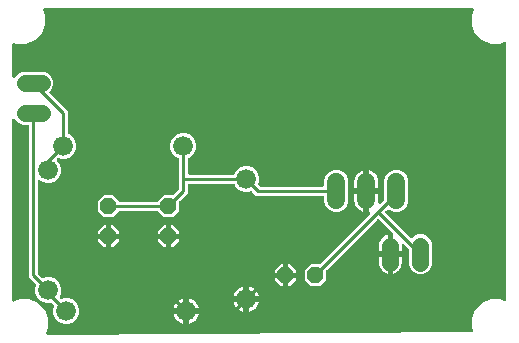
<source format=gbr>
G04 EAGLE Gerber RS-274X export*
G75*
%MOMM*%
%FSLAX34Y34*%
%LPD*%
%INTop Copper*%
%IPPOS*%
%AMOC8*
5,1,8,0,0,1.08239X$1,22.5*%
G01*
%ADD10C,1.422400*%
%ADD11P,1.429621X8X292.500000*%
%ADD12P,1.429621X8X202.500000*%
%ADD13C,1.676400*%
%ADD14C,1.524000*%
%ADD15C,0.254000*%

G36*
X398638Y12469D02*
X398638Y12469D01*
X398684Y12475D01*
X398730Y12473D01*
X398841Y12496D01*
X398953Y12511D01*
X398996Y12528D01*
X399041Y12537D01*
X399143Y12587D01*
X399248Y12630D01*
X399285Y12657D01*
X399327Y12677D01*
X399413Y12751D01*
X399504Y12818D01*
X399534Y12854D01*
X399569Y12883D01*
X399634Y12976D01*
X399706Y13064D01*
X399725Y13106D01*
X399752Y13143D01*
X399792Y13249D01*
X399840Y13352D01*
X399848Y13398D01*
X399864Y13441D01*
X399877Y13554D01*
X399898Y13665D01*
X399895Y13711D01*
X399900Y13757D01*
X399884Y13869D01*
X399876Y13982D01*
X399862Y14026D01*
X399855Y14072D01*
X399803Y14224D01*
X398939Y16310D01*
X398939Y24330D01*
X402009Y31740D01*
X407680Y37411D01*
X415090Y40481D01*
X423110Y40481D01*
X426744Y38975D01*
X426792Y38962D01*
X426837Y38941D01*
X426945Y38921D01*
X427051Y38891D01*
X427101Y38891D01*
X427150Y38881D01*
X427259Y38888D01*
X427369Y38886D01*
X427417Y38898D01*
X427467Y38901D01*
X427571Y38935D01*
X427678Y38961D01*
X427722Y38984D01*
X427769Y38999D01*
X427862Y39058D01*
X427959Y39109D01*
X427996Y39143D01*
X428038Y39169D01*
X428113Y39249D01*
X428195Y39323D01*
X428222Y39365D01*
X428256Y39401D01*
X428309Y39497D01*
X428369Y39589D01*
X428386Y39636D01*
X428410Y39679D01*
X428437Y39786D01*
X428473Y39890D01*
X428477Y39939D01*
X428489Y39987D01*
X428499Y40148D01*
X428499Y257032D01*
X428493Y257081D01*
X428495Y257131D01*
X428473Y257238D01*
X428459Y257347D01*
X428441Y257394D01*
X428431Y257442D01*
X428383Y257541D01*
X428342Y257643D01*
X428313Y257683D01*
X428291Y257728D01*
X428220Y257811D01*
X428156Y257901D01*
X428117Y257932D01*
X428085Y257970D01*
X427995Y258033D01*
X427911Y258103D01*
X427866Y258125D01*
X427825Y258153D01*
X427722Y258192D01*
X427623Y258239D01*
X427574Y258248D01*
X427528Y258266D01*
X427418Y258278D01*
X427311Y258299D01*
X427261Y258296D01*
X427212Y258301D01*
X427103Y258286D01*
X426993Y258279D01*
X426946Y258264D01*
X426897Y258257D01*
X426744Y258205D01*
X423110Y256699D01*
X415090Y256699D01*
X407680Y259769D01*
X402009Y265440D01*
X398939Y272850D01*
X398939Y280870D01*
X400718Y285164D01*
X400731Y285212D01*
X400752Y285257D01*
X400773Y285365D01*
X400802Y285471D01*
X400803Y285521D01*
X400812Y285570D01*
X400805Y285679D01*
X400807Y285789D01*
X400795Y285837D01*
X400792Y285887D01*
X400758Y285991D01*
X400733Y286098D01*
X400710Y286142D01*
X400694Y286189D01*
X400635Y286282D01*
X400584Y286379D01*
X400551Y286416D01*
X400524Y286458D01*
X400444Y286533D01*
X400370Y286615D01*
X400329Y286642D01*
X400292Y286676D01*
X400196Y286729D01*
X400104Y286789D01*
X400057Y286806D01*
X400014Y286830D01*
X399908Y286857D01*
X399804Y286893D01*
X399754Y286897D01*
X399706Y286909D01*
X399545Y286919D01*
X37335Y286919D01*
X37285Y286913D01*
X37236Y286915D01*
X37128Y286893D01*
X37019Y286879D01*
X36973Y286861D01*
X36924Y286851D01*
X36826Y286803D01*
X36723Y286762D01*
X36683Y286733D01*
X36639Y286711D01*
X36555Y286640D01*
X36466Y286576D01*
X36434Y286537D01*
X36397Y286505D01*
X36333Y286415D01*
X36263Y286331D01*
X36242Y286286D01*
X36214Y286245D01*
X36175Y286142D01*
X36128Y286043D01*
X36118Y285994D01*
X36101Y285948D01*
X36089Y285838D01*
X36068Y285731D01*
X36071Y285681D01*
X36066Y285632D01*
X36081Y285523D01*
X36088Y285413D01*
X36103Y285366D01*
X36110Y285317D01*
X36162Y285164D01*
X37941Y280870D01*
X37941Y272850D01*
X34871Y265440D01*
X29200Y259769D01*
X21790Y256699D01*
X13770Y256699D01*
X11916Y257467D01*
X11868Y257480D01*
X11823Y257502D01*
X11715Y257522D01*
X11609Y257551D01*
X11559Y257552D01*
X11510Y257561D01*
X11401Y257555D01*
X11291Y257556D01*
X11243Y257545D01*
X11193Y257542D01*
X11089Y257508D01*
X10982Y257482D01*
X10938Y257459D01*
X10891Y257444D01*
X10798Y257385D01*
X10701Y257333D01*
X10664Y257300D01*
X10622Y257273D01*
X10547Y257193D01*
X10465Y257119D01*
X10438Y257078D01*
X10404Y257042D01*
X10351Y256946D01*
X10291Y256854D01*
X10274Y256807D01*
X10250Y256763D01*
X10223Y256657D01*
X10187Y256553D01*
X10183Y256503D01*
X10171Y256455D01*
X10161Y256295D01*
X10161Y229372D01*
X10169Y229302D01*
X10168Y229233D01*
X10189Y229145D01*
X10201Y229056D01*
X10226Y228991D01*
X10243Y228923D01*
X10285Y228844D01*
X10318Y228760D01*
X10359Y228704D01*
X10391Y228642D01*
X10452Y228576D01*
X10504Y228503D01*
X10558Y228458D01*
X10605Y228407D01*
X10680Y228358D01*
X10749Y228300D01*
X10813Y228270D01*
X10871Y228232D01*
X10956Y228203D01*
X11037Y228165D01*
X11106Y228152D01*
X11172Y228129D01*
X11261Y228122D01*
X11349Y228105D01*
X11419Y228109D01*
X11489Y228104D01*
X11577Y228119D01*
X11667Y228125D01*
X11733Y228146D01*
X11802Y228158D01*
X11884Y228195D01*
X11969Y228223D01*
X12028Y228260D01*
X12092Y228289D01*
X12162Y228345D01*
X12238Y228393D01*
X12286Y228444D01*
X12340Y228487D01*
X12394Y228559D01*
X12456Y228625D01*
X12490Y228686D01*
X12532Y228741D01*
X12603Y228886D01*
X12645Y228988D01*
X15360Y231703D01*
X18908Y233173D01*
X36972Y233173D01*
X40520Y231703D01*
X43235Y228988D01*
X44705Y225440D01*
X44705Y221600D01*
X43235Y218052D01*
X41914Y216731D01*
X41841Y216637D01*
X41762Y216547D01*
X41743Y216511D01*
X41719Y216479D01*
X41671Y216370D01*
X41617Y216264D01*
X41608Y216225D01*
X41592Y216187D01*
X41574Y216070D01*
X41548Y215954D01*
X41549Y215913D01*
X41542Y215873D01*
X41554Y215755D01*
X41557Y215636D01*
X41568Y215597D01*
X41572Y215557D01*
X41613Y215445D01*
X41646Y215330D01*
X41666Y215296D01*
X41680Y215257D01*
X41747Y215159D01*
X41807Y215056D01*
X41847Y215011D01*
X41858Y214994D01*
X41874Y214981D01*
X41914Y214936D01*
X54547Y202302D01*
X57151Y199698D01*
X57151Y181272D01*
X57154Y181243D01*
X57152Y181214D01*
X57174Y181085D01*
X57191Y180957D01*
X57201Y180929D01*
X57206Y180900D01*
X57260Y180782D01*
X57308Y180661D01*
X57325Y180637D01*
X57337Y180610D01*
X57418Y180509D01*
X57494Y180404D01*
X57517Y180385D01*
X57536Y180362D01*
X57639Y180284D01*
X57739Y180201D01*
X57766Y180188D01*
X57790Y180171D01*
X57934Y180100D01*
X59527Y179440D01*
X62600Y176367D01*
X64263Y172353D01*
X64263Y168007D01*
X62600Y163993D01*
X59527Y160920D01*
X55513Y159257D01*
X51167Y159257D01*
X49574Y159917D01*
X49546Y159925D01*
X49519Y159938D01*
X49393Y159967D01*
X49268Y160001D01*
X49238Y160002D01*
X49209Y160008D01*
X49080Y160004D01*
X48950Y160006D01*
X48921Y159999D01*
X48891Y159998D01*
X48767Y159962D01*
X48640Y159932D01*
X48614Y159918D01*
X48586Y159910D01*
X48474Y159844D01*
X48359Y159783D01*
X48337Y159763D01*
X48312Y159748D01*
X48191Y159642D01*
X48145Y159596D01*
X48126Y159571D01*
X48124Y159569D01*
X48121Y159564D01*
X48072Y159502D01*
X47994Y159413D01*
X47975Y159377D01*
X47950Y159345D01*
X47903Y159236D01*
X47849Y159130D01*
X47840Y159090D01*
X47824Y159053D01*
X47806Y158935D01*
X47780Y158820D01*
X47781Y158779D01*
X47774Y158739D01*
X47786Y158620D01*
X47789Y158502D01*
X47801Y158463D01*
X47804Y158422D01*
X47845Y158310D01*
X47878Y158196D01*
X47898Y158161D01*
X47912Y158123D01*
X47979Y158024D01*
X48039Y157922D01*
X48079Y157877D01*
X48091Y157860D01*
X48106Y157846D01*
X48146Y157801D01*
X49900Y156047D01*
X51563Y152033D01*
X51563Y147687D01*
X49900Y143673D01*
X46827Y140600D01*
X42813Y138937D01*
X38467Y138937D01*
X34453Y140600D01*
X33917Y141135D01*
X33808Y141220D01*
X33701Y141309D01*
X33682Y141318D01*
X33666Y141330D01*
X33538Y141386D01*
X33413Y141445D01*
X33393Y141449D01*
X33374Y141457D01*
X33236Y141479D01*
X33100Y141505D01*
X33080Y141503D01*
X33060Y141507D01*
X32921Y141494D01*
X32783Y141485D01*
X32764Y141479D01*
X32744Y141477D01*
X32613Y141430D01*
X32481Y141387D01*
X32463Y141376D01*
X32444Y141369D01*
X32330Y141291D01*
X32212Y141217D01*
X32198Y141202D01*
X32181Y141191D01*
X32089Y141087D01*
X31994Y140985D01*
X31984Y140967D01*
X31971Y140952D01*
X31908Y140828D01*
X31840Y140707D01*
X31835Y140687D01*
X31826Y140669D01*
X31796Y140533D01*
X31761Y140399D01*
X31759Y140371D01*
X31756Y140359D01*
X31757Y140338D01*
X31751Y140238D01*
X31751Y63064D01*
X31763Y62966D01*
X31766Y62867D01*
X31783Y62809D01*
X31791Y62749D01*
X31827Y62657D01*
X31855Y62561D01*
X31885Y62509D01*
X31908Y62453D01*
X31966Y62373D01*
X32016Y62288D01*
X32082Y62212D01*
X32094Y62196D01*
X32104Y62188D01*
X32122Y62167D01*
X35491Y58798D01*
X35515Y58780D01*
X35534Y58757D01*
X35640Y58683D01*
X35742Y58603D01*
X35770Y58591D01*
X35794Y58574D01*
X35915Y58528D01*
X36034Y58477D01*
X36063Y58472D01*
X36091Y58462D01*
X36220Y58447D01*
X36348Y58427D01*
X36378Y58430D01*
X36407Y58426D01*
X36536Y58445D01*
X36665Y58457D01*
X36693Y58467D01*
X36722Y58471D01*
X36874Y58523D01*
X38467Y59183D01*
X42813Y59183D01*
X46827Y57520D01*
X49900Y54447D01*
X51563Y50433D01*
X51563Y46087D01*
X50159Y42698D01*
X50151Y42670D01*
X50138Y42644D01*
X50109Y42516D01*
X50075Y42392D01*
X50075Y42362D01*
X50068Y42333D01*
X50072Y42204D01*
X50070Y42074D01*
X50077Y42045D01*
X50078Y42015D01*
X50114Y41891D01*
X50144Y41764D01*
X50158Y41738D01*
X50166Y41710D01*
X50232Y41598D01*
X50293Y41483D01*
X50313Y41461D01*
X50328Y41436D01*
X50434Y41315D01*
X50731Y41018D01*
X50754Y41000D01*
X50774Y40977D01*
X50880Y40903D01*
X50982Y40823D01*
X51010Y40811D01*
X51034Y40794D01*
X51155Y40748D01*
X51274Y40697D01*
X51303Y40692D01*
X51331Y40682D01*
X51460Y40667D01*
X51588Y40647D01*
X51618Y40650D01*
X51647Y40646D01*
X51776Y40665D01*
X51905Y40677D01*
X51933Y40687D01*
X51962Y40691D01*
X52114Y40743D01*
X53707Y41403D01*
X58053Y41403D01*
X62067Y39740D01*
X65140Y36667D01*
X66803Y32653D01*
X66803Y28307D01*
X65140Y24293D01*
X62067Y21220D01*
X58053Y19557D01*
X53707Y19557D01*
X49693Y21220D01*
X46620Y24293D01*
X44957Y28307D01*
X44957Y32653D01*
X45617Y34246D01*
X45625Y34274D01*
X45638Y34300D01*
X45667Y34427D01*
X45701Y34552D01*
X45702Y34582D01*
X45708Y34611D01*
X45704Y34741D01*
X45706Y34870D01*
X45699Y34899D01*
X45698Y34929D01*
X45662Y35053D01*
X45632Y35180D01*
X45618Y35206D01*
X45610Y35234D01*
X45544Y35346D01*
X45483Y35461D01*
X45463Y35483D01*
X45448Y35508D01*
X45342Y35629D01*
X43993Y36978D01*
X43969Y36996D01*
X43950Y37019D01*
X43844Y37094D01*
X43742Y37173D01*
X43714Y37185D01*
X43690Y37202D01*
X43569Y37248D01*
X43450Y37299D01*
X43420Y37304D01*
X43393Y37314D01*
X43264Y37329D01*
X43136Y37349D01*
X43106Y37346D01*
X43077Y37350D01*
X42989Y37337D01*
X38467Y37337D01*
X34453Y39000D01*
X31380Y42073D01*
X29717Y46087D01*
X29717Y50433D01*
X30377Y52026D01*
X30385Y52054D01*
X30398Y52080D01*
X30427Y52207D01*
X30461Y52332D01*
X30462Y52362D01*
X30468Y52391D01*
X30464Y52520D01*
X30466Y52650D01*
X30459Y52679D01*
X30458Y52709D01*
X30422Y52833D01*
X30392Y52960D01*
X30378Y52986D01*
X30370Y53014D01*
X30304Y53126D01*
X30243Y53241D01*
X30223Y53263D01*
X30208Y53288D01*
X30102Y53409D01*
X24129Y59382D01*
X24129Y187198D01*
X24114Y187316D01*
X24107Y187435D01*
X24094Y187473D01*
X24089Y187514D01*
X24046Y187624D01*
X24009Y187737D01*
X23987Y187772D01*
X23972Y187809D01*
X23903Y187905D01*
X23839Y188006D01*
X23809Y188034D01*
X23786Y188067D01*
X23694Y188143D01*
X23607Y188224D01*
X23572Y188244D01*
X23541Y188269D01*
X23433Y188320D01*
X23329Y188378D01*
X23289Y188388D01*
X23253Y188405D01*
X23136Y188427D01*
X23021Y188457D01*
X22961Y188461D01*
X22941Y188465D01*
X22920Y188463D01*
X22860Y188467D01*
X18908Y188467D01*
X15360Y189937D01*
X12645Y192652D01*
X12603Y192754D01*
X12568Y192815D01*
X12542Y192880D01*
X12490Y192952D01*
X12445Y193030D01*
X12397Y193080D01*
X12356Y193137D01*
X12286Y193194D01*
X12224Y193259D01*
X12164Y193295D01*
X12111Y193340D01*
X12029Y193378D01*
X11953Y193425D01*
X11886Y193446D01*
X11823Y193475D01*
X11735Y193492D01*
X11649Y193519D01*
X11579Y193522D01*
X11510Y193535D01*
X11421Y193529D01*
X11331Y193534D01*
X11263Y193520D01*
X11193Y193515D01*
X11108Y193488D01*
X11020Y193469D01*
X10957Y193439D01*
X10891Y193417D01*
X10815Y193369D01*
X10734Y193330D01*
X10681Y193284D01*
X10622Y193247D01*
X10560Y193182D01*
X10492Y193123D01*
X10452Y193066D01*
X10404Y193015D01*
X10361Y192937D01*
X10309Y192863D01*
X10284Y192798D01*
X10250Y192737D01*
X10228Y192650D01*
X10196Y192566D01*
X10188Y192497D01*
X10171Y192429D01*
X10161Y192268D01*
X10161Y39833D01*
X10167Y39784D01*
X10165Y39734D01*
X10187Y39627D01*
X10201Y39518D01*
X10219Y39471D01*
X10229Y39423D01*
X10277Y39324D01*
X10318Y39222D01*
X10347Y39182D01*
X10369Y39137D01*
X10440Y39054D01*
X10504Y38965D01*
X10543Y38933D01*
X10575Y38895D01*
X10665Y38832D01*
X10749Y38762D01*
X10794Y38741D01*
X10835Y38712D01*
X10938Y38673D01*
X11037Y38626D01*
X11086Y38617D01*
X11132Y38599D01*
X11242Y38587D01*
X11349Y38567D01*
X11399Y38570D01*
X11448Y38564D01*
X11557Y38580D01*
X11667Y38586D01*
X11714Y38602D01*
X11763Y38609D01*
X11916Y38661D01*
X16310Y40481D01*
X24330Y40481D01*
X31740Y37411D01*
X37411Y31740D01*
X40481Y24330D01*
X40481Y16310D01*
X38756Y12147D01*
X38742Y12096D01*
X38720Y12047D01*
X38701Y11943D01*
X38673Y11840D01*
X38672Y11787D01*
X38662Y11735D01*
X38669Y11629D01*
X38667Y11522D01*
X38680Y11470D01*
X38684Y11417D01*
X38717Y11316D01*
X38742Y11213D01*
X38767Y11166D01*
X38783Y11115D01*
X38841Y11026D01*
X38890Y10932D01*
X38926Y10893D01*
X38955Y10848D01*
X39033Y10775D01*
X39104Y10697D01*
X39149Y10667D01*
X39188Y10631D01*
X39281Y10580D01*
X39370Y10522D01*
X39420Y10505D01*
X39467Y10479D01*
X39570Y10453D01*
X39671Y10419D01*
X39724Y10414D01*
X39776Y10401D01*
X39936Y10392D01*
X398638Y12469D01*
G37*
%LPC*%
G36*
X87652Y110235D02*
X87652Y110235D01*
X82295Y115592D01*
X82295Y123168D01*
X87652Y128525D01*
X95228Y128525D01*
X100190Y123562D01*
X100268Y123502D01*
X100340Y123434D01*
X100393Y123405D01*
X100441Y123368D01*
X100532Y123328D01*
X100619Y123280D01*
X100678Y123265D01*
X100733Y123241D01*
X100831Y123226D01*
X100927Y123201D01*
X101027Y123195D01*
X101047Y123191D01*
X101060Y123193D01*
X101088Y123191D01*
X132592Y123191D01*
X132691Y123203D01*
X132790Y123206D01*
X132848Y123223D01*
X132908Y123231D01*
X133000Y123267D01*
X133095Y123295D01*
X133147Y123325D01*
X133204Y123348D01*
X133284Y123406D01*
X133369Y123456D01*
X133444Y123522D01*
X133461Y123534D01*
X133469Y123544D01*
X133490Y123562D01*
X138452Y128525D01*
X145470Y128525D01*
X145568Y128537D01*
X145667Y128540D01*
X145725Y128557D01*
X145785Y128565D01*
X145877Y128601D01*
X145973Y128629D01*
X146025Y128659D01*
X146081Y128682D01*
X146161Y128740D01*
X146246Y128790D01*
X146322Y128856D01*
X146338Y128868D01*
X146346Y128878D01*
X146367Y128896D01*
X150758Y133287D01*
X150818Y133365D01*
X150886Y133437D01*
X150915Y133490D01*
X150952Y133538D01*
X150992Y133629D01*
X151040Y133716D01*
X151055Y133774D01*
X151079Y133830D01*
X151094Y133928D01*
X151119Y134024D01*
X151125Y134124D01*
X151129Y134144D01*
X151127Y134156D01*
X151129Y134184D01*
X151129Y159088D01*
X151126Y159117D01*
X151128Y159146D01*
X151106Y159275D01*
X151089Y159403D01*
X151079Y159431D01*
X151074Y159460D01*
X151020Y159578D01*
X150972Y159699D01*
X150955Y159723D01*
X150943Y159750D01*
X150862Y159851D01*
X150786Y159956D01*
X150763Y159975D01*
X150744Y159998D01*
X150641Y160076D01*
X150541Y160159D01*
X150514Y160172D01*
X150490Y160189D01*
X150346Y160260D01*
X148753Y160920D01*
X145680Y163993D01*
X144017Y168007D01*
X144017Y172353D01*
X145680Y176367D01*
X148753Y179440D01*
X152767Y181103D01*
X157113Y181103D01*
X161127Y179440D01*
X164200Y176367D01*
X165863Y172353D01*
X165863Y168007D01*
X164200Y163993D01*
X161127Y160920D01*
X159534Y160260D01*
X159509Y160246D01*
X159481Y160237D01*
X159371Y160167D01*
X159258Y160103D01*
X159237Y160082D01*
X159212Y160066D01*
X159123Y159972D01*
X159030Y159882D01*
X159014Y159856D01*
X158994Y159835D01*
X158931Y159721D01*
X158863Y159610D01*
X158855Y159582D01*
X158840Y159556D01*
X158808Y159431D01*
X158770Y159306D01*
X158768Y159277D01*
X158761Y159248D01*
X158751Y159088D01*
X158751Y147320D01*
X158766Y147202D01*
X158773Y147083D01*
X158786Y147045D01*
X158791Y147004D01*
X158834Y146894D01*
X158871Y146781D01*
X158893Y146746D01*
X158908Y146709D01*
X158977Y146613D01*
X159041Y146512D01*
X159071Y146484D01*
X159094Y146451D01*
X159186Y146375D01*
X159273Y146294D01*
X159308Y146274D01*
X159339Y146249D01*
X159447Y146198D01*
X159551Y146140D01*
X159591Y146130D01*
X159627Y146113D01*
X159744Y146091D01*
X159859Y146061D01*
X159919Y146057D01*
X159939Y146053D01*
X159960Y146055D01*
X160020Y146051D01*
X197188Y146051D01*
X197217Y146054D01*
X197246Y146052D01*
X197375Y146074D01*
X197503Y146091D01*
X197531Y146101D01*
X197560Y146106D01*
X197678Y146160D01*
X197799Y146208D01*
X197823Y146225D01*
X197850Y146237D01*
X197951Y146318D01*
X198056Y146394D01*
X198075Y146417D01*
X198098Y146436D01*
X198176Y146539D01*
X198259Y146639D01*
X198272Y146666D01*
X198289Y146690D01*
X198360Y146834D01*
X199020Y148427D01*
X202093Y151500D01*
X206107Y153163D01*
X210453Y153163D01*
X214467Y151500D01*
X217540Y148427D01*
X219203Y144413D01*
X219203Y140067D01*
X218543Y138474D01*
X218535Y138446D01*
X218522Y138420D01*
X218493Y138293D01*
X218459Y138168D01*
X218458Y138138D01*
X218452Y138109D01*
X218456Y137979D01*
X218454Y137850D01*
X218461Y137821D01*
X218462Y137791D01*
X218498Y137667D01*
X218528Y137540D01*
X218542Y137514D01*
X218550Y137486D01*
X218616Y137374D01*
X218677Y137259D01*
X218697Y137237D01*
X218712Y137212D01*
X218818Y137091D01*
X219647Y136262D01*
X219725Y136202D01*
X219797Y136134D01*
X219850Y136105D01*
X219898Y136068D01*
X219989Y136028D01*
X220076Y135980D01*
X220134Y135965D01*
X220190Y135941D01*
X220288Y135926D01*
X220384Y135901D01*
X220484Y135895D01*
X220504Y135891D01*
X220516Y135893D01*
X220544Y135891D01*
X273050Y135891D01*
X273168Y135906D01*
X273287Y135913D01*
X273325Y135926D01*
X273366Y135931D01*
X273476Y135974D01*
X273589Y136011D01*
X273624Y136033D01*
X273661Y136048D01*
X273757Y136117D01*
X273858Y136181D01*
X273886Y136211D01*
X273919Y136234D01*
X273995Y136326D01*
X274076Y136413D01*
X274096Y136448D01*
X274121Y136479D01*
X274172Y136587D01*
X274230Y136691D01*
X274240Y136731D01*
X274257Y136767D01*
X274279Y136884D01*
X274309Y136999D01*
X274313Y137059D01*
X274317Y137079D01*
X274315Y137100D01*
X274319Y137160D01*
X274319Y141721D01*
X275866Y145456D01*
X278724Y148314D01*
X282459Y149861D01*
X286501Y149861D01*
X290236Y148314D01*
X293094Y145456D01*
X294641Y141721D01*
X294641Y122439D01*
X293094Y118704D01*
X290236Y115846D01*
X286501Y114299D01*
X282459Y114299D01*
X278724Y115846D01*
X275866Y118704D01*
X274319Y122439D01*
X274319Y127000D01*
X274304Y127118D01*
X274297Y127237D01*
X274284Y127275D01*
X274279Y127316D01*
X274236Y127426D01*
X274199Y127539D01*
X274177Y127574D01*
X274162Y127611D01*
X274093Y127707D01*
X274029Y127808D01*
X273999Y127836D01*
X273976Y127869D01*
X273884Y127945D01*
X273797Y128026D01*
X273762Y128046D01*
X273731Y128071D01*
X273623Y128122D01*
X273519Y128180D01*
X273479Y128190D01*
X273443Y128207D01*
X273326Y128229D01*
X273211Y128259D01*
X273151Y128263D01*
X273131Y128267D01*
X273110Y128265D01*
X273050Y128269D01*
X216862Y128269D01*
X213429Y131702D01*
X213405Y131720D01*
X213386Y131743D01*
X213280Y131817D01*
X213178Y131897D01*
X213150Y131909D01*
X213126Y131926D01*
X213005Y131972D01*
X212886Y132023D01*
X212857Y132028D01*
X212829Y132038D01*
X212700Y132053D01*
X212572Y132073D01*
X212542Y132070D01*
X212513Y132074D01*
X212384Y132055D01*
X212255Y132043D01*
X212227Y132033D01*
X212198Y132029D01*
X212046Y131977D01*
X210453Y131317D01*
X206107Y131317D01*
X202093Y132980D01*
X199020Y136053D01*
X198360Y137646D01*
X198346Y137671D01*
X198337Y137699D01*
X198267Y137809D01*
X198203Y137922D01*
X198182Y137943D01*
X198166Y137968D01*
X198072Y138057D01*
X197982Y138150D01*
X197956Y138166D01*
X197935Y138186D01*
X197821Y138249D01*
X197710Y138317D01*
X197682Y138325D01*
X197656Y138340D01*
X197531Y138372D01*
X197406Y138410D01*
X197377Y138412D01*
X197348Y138419D01*
X197188Y138429D01*
X160020Y138429D01*
X159902Y138414D01*
X159783Y138407D01*
X159745Y138394D01*
X159704Y138389D01*
X159594Y138346D01*
X159481Y138309D01*
X159446Y138287D01*
X159409Y138272D01*
X159313Y138203D01*
X159212Y138139D01*
X159184Y138109D01*
X159151Y138086D01*
X159075Y137994D01*
X158994Y137907D01*
X158974Y137872D01*
X158949Y137841D01*
X158898Y137733D01*
X158840Y137629D01*
X158830Y137589D01*
X158813Y137553D01*
X158791Y137436D01*
X158761Y137321D01*
X158757Y137261D01*
X158753Y137241D01*
X158755Y137220D01*
X158751Y137160D01*
X158751Y130502D01*
X151756Y123507D01*
X151696Y123429D01*
X151628Y123357D01*
X151599Y123304D01*
X151562Y123256D01*
X151522Y123165D01*
X151474Y123078D01*
X151459Y123020D01*
X151435Y122964D01*
X151420Y122866D01*
X151395Y122770D01*
X151389Y122670D01*
X151385Y122650D01*
X151387Y122638D01*
X151385Y122610D01*
X151385Y115592D01*
X146028Y110235D01*
X138452Y110235D01*
X133490Y115198D01*
X133412Y115258D01*
X133340Y115326D01*
X133287Y115355D01*
X133239Y115392D01*
X133148Y115432D01*
X133061Y115480D01*
X133002Y115495D01*
X132947Y115519D01*
X132849Y115534D01*
X132753Y115559D01*
X132653Y115565D01*
X132633Y115569D01*
X132620Y115567D01*
X132592Y115569D01*
X101088Y115569D01*
X100989Y115557D01*
X100890Y115554D01*
X100832Y115537D01*
X100772Y115529D01*
X100680Y115493D01*
X100585Y115465D01*
X100533Y115435D01*
X100476Y115412D01*
X100396Y115354D01*
X100311Y115304D01*
X100236Y115238D01*
X100219Y115226D01*
X100211Y115216D01*
X100190Y115198D01*
X95228Y110235D01*
X87652Y110235D01*
G37*
%LPD*%
%LPC*%
G36*
X262912Y51815D02*
X262912Y51815D01*
X257555Y57172D01*
X257555Y64748D01*
X262912Y70105D01*
X269930Y70105D01*
X270028Y70117D01*
X270127Y70120D01*
X270185Y70137D01*
X270245Y70145D01*
X270337Y70181D01*
X270433Y70209D01*
X270485Y70239D01*
X270541Y70262D01*
X270621Y70320D01*
X270706Y70370D01*
X270782Y70436D01*
X270798Y70448D01*
X270806Y70458D01*
X270827Y70476D01*
X312635Y112284D01*
X312684Y112347D01*
X312740Y112404D01*
X312781Y112472D01*
X312830Y112536D01*
X312862Y112609D01*
X312902Y112677D01*
X312925Y112754D01*
X312956Y112827D01*
X312969Y112906D01*
X312991Y112983D01*
X312994Y113062D01*
X313006Y113141D01*
X312999Y113221D01*
X313001Y113300D01*
X312984Y113378D01*
X312976Y113458D01*
X312949Y113533D01*
X312932Y113611D01*
X312896Y113682D01*
X312869Y113757D01*
X312824Y113823D01*
X312788Y113894D01*
X312735Y113954D01*
X312690Y114021D01*
X312631Y114073D01*
X312578Y114133D01*
X312512Y114178D01*
X312452Y114231D01*
X312419Y114248D01*
X312419Y129541D01*
X320041Y129541D01*
X320041Y123660D01*
X319905Y122801D01*
X319902Y122721D01*
X319890Y122643D01*
X319897Y122563D01*
X319895Y122483D01*
X319912Y122406D01*
X319919Y122326D01*
X319947Y122251D01*
X319964Y122173D01*
X320000Y122102D01*
X320027Y122027D01*
X320072Y121961D01*
X320108Y121889D01*
X320161Y121830D01*
X320206Y121764D01*
X320266Y121711D01*
X320318Y121651D01*
X320384Y121606D01*
X320444Y121553D01*
X320515Y121517D01*
X320581Y121472D01*
X320656Y121445D01*
X320727Y121409D01*
X320805Y121391D01*
X320881Y121364D01*
X320960Y121356D01*
X321038Y121339D01*
X321118Y121341D01*
X321197Y121334D01*
X321276Y121346D01*
X321355Y121349D01*
X321432Y121371D01*
X321511Y121383D01*
X321584Y121415D01*
X321661Y121437D01*
X321730Y121478D01*
X321803Y121509D01*
X321866Y121558D01*
X321935Y121599D01*
X322054Y121703D01*
X322055Y121704D01*
X322056Y121705D01*
X324748Y124397D01*
X324808Y124475D01*
X324876Y124547D01*
X324905Y124600D01*
X324942Y124648D01*
X324982Y124739D01*
X325030Y124826D01*
X325045Y124884D01*
X325069Y124940D01*
X325084Y125038D01*
X325109Y125134D01*
X325115Y125234D01*
X325119Y125254D01*
X325117Y125266D01*
X325119Y125294D01*
X325119Y141721D01*
X326666Y145456D01*
X329524Y148314D01*
X333259Y149861D01*
X337301Y149861D01*
X341036Y148314D01*
X343894Y145456D01*
X345441Y141721D01*
X345441Y122439D01*
X343894Y118704D01*
X341036Y115846D01*
X337301Y114299D01*
X333259Y114299D01*
X329524Y115846D01*
X329147Y116223D01*
X329053Y116296D01*
X328964Y116375D01*
X328928Y116393D01*
X328896Y116418D01*
X328787Y116465D01*
X328681Y116520D01*
X328641Y116528D01*
X328604Y116544D01*
X328486Y116563D01*
X328370Y116589D01*
X328330Y116588D01*
X328290Y116594D01*
X328172Y116583D01*
X328053Y116580D01*
X328014Y116568D01*
X327974Y116565D01*
X327862Y116524D01*
X327747Y116491D01*
X327712Y116471D01*
X327674Y116457D01*
X327576Y116390D01*
X327473Y116330D01*
X327428Y116290D01*
X327411Y116278D01*
X327398Y116263D01*
X327352Y116223D01*
X326327Y115197D01*
X326254Y115104D01*
X326175Y115014D01*
X326157Y114978D01*
X326132Y114946D01*
X326084Y114837D01*
X326030Y114731D01*
X326021Y114691D01*
X326005Y114654D01*
X325987Y114537D01*
X325961Y114421D01*
X325962Y114380D01*
X325956Y114340D01*
X325967Y114222D01*
X325970Y114103D01*
X325982Y114064D01*
X325985Y114024D01*
X326026Y113912D01*
X326059Y113797D01*
X326079Y113763D01*
X326093Y113724D01*
X326160Y113626D01*
X326220Y113523D01*
X326260Y113478D01*
X326272Y113461D01*
X326287Y113448D01*
X326327Y113402D01*
X347016Y92714D01*
X347110Y92641D01*
X347199Y92562D01*
X347235Y92543D01*
X347267Y92519D01*
X347376Y92471D01*
X347482Y92417D01*
X347522Y92408D01*
X347559Y92392D01*
X347677Y92374D01*
X347792Y92348D01*
X347833Y92349D01*
X347873Y92342D01*
X347991Y92354D01*
X348110Y92357D01*
X348149Y92368D01*
X348189Y92372D01*
X348301Y92413D01*
X348416Y92446D01*
X348451Y92466D01*
X348489Y92480D01*
X348587Y92547D01*
X348690Y92607D01*
X348735Y92647D01*
X348752Y92658D01*
X348765Y92674D01*
X348811Y92714D01*
X350132Y94035D01*
X353680Y95505D01*
X357520Y95505D01*
X361068Y94035D01*
X363783Y91320D01*
X365253Y87772D01*
X365253Y69708D01*
X363783Y66160D01*
X361068Y63445D01*
X357520Y61975D01*
X353680Y61975D01*
X350132Y63445D01*
X347417Y66160D01*
X345947Y69708D01*
X345947Y82478D01*
X345935Y82576D01*
X345932Y82675D01*
X345915Y82733D01*
X345907Y82793D01*
X345871Y82885D01*
X345843Y82981D01*
X345813Y83033D01*
X345790Y83089D01*
X345732Y83169D01*
X345682Y83254D01*
X345616Y83330D01*
X345604Y83346D01*
X345594Y83354D01*
X345576Y83375D01*
X342019Y86931D01*
X341910Y87017D01*
X341803Y87105D01*
X341784Y87114D01*
X341768Y87126D01*
X341640Y87182D01*
X341515Y87241D01*
X341495Y87245D01*
X341476Y87253D01*
X341338Y87275D01*
X341202Y87301D01*
X341182Y87299D01*
X341162Y87302D01*
X341023Y87289D01*
X340885Y87281D01*
X340866Y87275D01*
X340846Y87273D01*
X340714Y87225D01*
X340583Y87183D01*
X340565Y87172D01*
X340546Y87165D01*
X340431Y87087D01*
X340314Y87013D01*
X340300Y86998D01*
X340283Y86986D01*
X340191Y86882D01*
X340096Y86781D01*
X340086Y86763D01*
X340073Y86748D01*
X340009Y86624D01*
X339942Y86502D01*
X339937Y86483D01*
X339928Y86465D01*
X339898Y86329D01*
X339863Y86195D01*
X339861Y86166D01*
X339858Y86155D01*
X339859Y86134D01*
X339853Y86034D01*
X339853Y81025D01*
X332485Y81025D01*
X332485Y95940D01*
X332473Y96038D01*
X332470Y96137D01*
X332453Y96195D01*
X332445Y96255D01*
X332409Y96347D01*
X332381Y96443D01*
X332351Y96495D01*
X332328Y96551D01*
X332270Y96631D01*
X332220Y96716D01*
X332154Y96792D01*
X332142Y96808D01*
X332132Y96816D01*
X332114Y96837D01*
X320937Y108013D01*
X320843Y108086D01*
X320754Y108165D01*
X320718Y108183D01*
X320686Y108208D01*
X320577Y108256D01*
X320471Y108310D01*
X320432Y108319D01*
X320394Y108335D01*
X320277Y108353D01*
X320161Y108379D01*
X320120Y108378D01*
X320080Y108384D01*
X319962Y108373D01*
X319843Y108370D01*
X319804Y108358D01*
X319764Y108355D01*
X319651Y108314D01*
X319537Y108281D01*
X319502Y108261D01*
X319464Y108247D01*
X319366Y108180D01*
X319263Y108120D01*
X319218Y108080D01*
X319201Y108068D01*
X319188Y108053D01*
X319142Y108013D01*
X276216Y65087D01*
X276156Y65009D01*
X276088Y64937D01*
X276059Y64884D01*
X276022Y64836D01*
X275982Y64745D01*
X275934Y64658D01*
X275919Y64600D01*
X275895Y64544D01*
X275880Y64446D01*
X275855Y64351D01*
X275849Y64250D01*
X275845Y64230D01*
X275847Y64218D01*
X275845Y64190D01*
X275845Y57172D01*
X270488Y51815D01*
X262912Y51815D01*
G37*
%LPD*%
%LPC*%
G36*
X312419Y134619D02*
X312419Y134619D01*
X312419Y149559D01*
X313780Y149116D01*
X315205Y148390D01*
X316499Y147450D01*
X317630Y146319D01*
X318570Y145025D01*
X319296Y143600D01*
X319791Y142079D01*
X320041Y140500D01*
X320041Y134619D01*
X312419Y134619D01*
G37*
%LPD*%
%LPC*%
G36*
X299719Y134619D02*
X299719Y134619D01*
X299719Y140500D01*
X299969Y142079D01*
X300464Y143600D01*
X301190Y145025D01*
X302130Y146319D01*
X303261Y147450D01*
X304555Y148390D01*
X305980Y149116D01*
X307341Y149559D01*
X307341Y134619D01*
X299719Y134619D01*
G37*
%LPD*%
%LPC*%
G36*
X305980Y115044D02*
X305980Y115044D01*
X304555Y115770D01*
X303261Y116710D01*
X302130Y117841D01*
X301190Y119135D01*
X300464Y120560D01*
X299969Y122081D01*
X299719Y123660D01*
X299719Y129541D01*
X307341Y129541D01*
X307341Y114601D01*
X305980Y115044D01*
G37*
%LPD*%
%LPC*%
G36*
X332485Y76455D02*
X332485Y76455D01*
X339853Y76455D01*
X339853Y70868D01*
X339615Y69368D01*
X339146Y67923D01*
X338456Y66569D01*
X337563Y65340D01*
X336488Y64265D01*
X335259Y63372D01*
X333905Y62682D01*
X332485Y62221D01*
X332485Y76455D01*
G37*
%LPD*%
%LPC*%
G36*
X320547Y81025D02*
X320547Y81025D01*
X320547Y86612D01*
X320785Y88112D01*
X321254Y89557D01*
X321944Y90911D01*
X322837Y92140D01*
X323912Y93215D01*
X325141Y94108D01*
X326495Y94798D01*
X327915Y95259D01*
X327915Y81025D01*
X320547Y81025D01*
G37*
%LPD*%
%LPC*%
G36*
X326495Y62682D02*
X326495Y62682D01*
X325141Y63372D01*
X323912Y64265D01*
X322837Y65340D01*
X321944Y66569D01*
X321254Y67923D01*
X320785Y69368D01*
X320547Y70868D01*
X320547Y76455D01*
X327915Y76455D01*
X327915Y62221D01*
X326495Y62682D01*
G37*
%LPD*%
%LPC*%
G36*
X210819Y43179D02*
X210819Y43179D01*
X210819Y51297D01*
X210838Y51294D01*
X212473Y50763D01*
X214005Y49982D01*
X215396Y48971D01*
X216611Y47756D01*
X217622Y46365D01*
X218403Y44833D01*
X218934Y43198D01*
X218937Y43179D01*
X210819Y43179D01*
G37*
%LPD*%
%LPC*%
G36*
X160019Y33019D02*
X160019Y33019D01*
X160019Y41137D01*
X160038Y41134D01*
X161673Y40603D01*
X163205Y39822D01*
X164596Y38811D01*
X165811Y37596D01*
X166822Y36205D01*
X167603Y34673D01*
X168134Y33038D01*
X168137Y33019D01*
X160019Y33019D01*
G37*
%LPD*%
%LPC*%
G36*
X210819Y38101D02*
X210819Y38101D01*
X218937Y38101D01*
X218934Y38082D01*
X218403Y36447D01*
X217622Y34915D01*
X216611Y33524D01*
X215396Y32309D01*
X214005Y31298D01*
X212473Y30517D01*
X210838Y29986D01*
X210819Y29983D01*
X210819Y38101D01*
G37*
%LPD*%
%LPC*%
G36*
X197623Y43179D02*
X197623Y43179D01*
X197626Y43198D01*
X198157Y44833D01*
X198938Y46365D01*
X199949Y47756D01*
X201164Y48971D01*
X202555Y49982D01*
X204087Y50763D01*
X205722Y51294D01*
X205741Y51297D01*
X205741Y43179D01*
X197623Y43179D01*
G37*
%LPD*%
%LPC*%
G36*
X146823Y33019D02*
X146823Y33019D01*
X146826Y33038D01*
X147357Y34673D01*
X148138Y36205D01*
X149149Y37596D01*
X150364Y38811D01*
X151755Y39822D01*
X153287Y40603D01*
X154922Y41134D01*
X154941Y41137D01*
X154941Y33019D01*
X146823Y33019D01*
G37*
%LPD*%
%LPC*%
G36*
X160019Y27941D02*
X160019Y27941D01*
X168137Y27941D01*
X168134Y27922D01*
X167603Y26287D01*
X166822Y24755D01*
X165811Y23364D01*
X164596Y22149D01*
X163205Y21138D01*
X161673Y20357D01*
X160038Y19826D01*
X160019Y19823D01*
X160019Y27941D01*
G37*
%LPD*%
%LPC*%
G36*
X205722Y29986D02*
X205722Y29986D01*
X204087Y30517D01*
X202555Y31298D01*
X201164Y32309D01*
X199949Y33524D01*
X198938Y34915D01*
X198157Y36447D01*
X197626Y38082D01*
X197623Y38101D01*
X205741Y38101D01*
X205741Y29983D01*
X205722Y29986D01*
G37*
%LPD*%
%LPC*%
G36*
X154922Y19826D02*
X154922Y19826D01*
X153287Y20357D01*
X151755Y21138D01*
X150364Y22149D01*
X149149Y23364D01*
X148138Y24755D01*
X147357Y26287D01*
X146826Y27922D01*
X146823Y27941D01*
X154941Y27941D01*
X154941Y19823D01*
X154922Y19826D01*
G37*
%LPD*%
%LPC*%
G36*
X144271Y96011D02*
X144271Y96011D01*
X144271Y103125D01*
X146028Y103125D01*
X151385Y97768D01*
X151385Y96011D01*
X144271Y96011D01*
G37*
%LPD*%
%LPC*%
G36*
X93471Y96011D02*
X93471Y96011D01*
X93471Y103125D01*
X95228Y103125D01*
X100585Y97768D01*
X100585Y96011D01*
X93471Y96011D01*
G37*
%LPD*%
%LPC*%
G36*
X243331Y62991D02*
X243331Y62991D01*
X243331Y70105D01*
X245088Y70105D01*
X250445Y64748D01*
X250445Y62991D01*
X243331Y62991D01*
G37*
%LPD*%
%LPC*%
G36*
X133095Y96011D02*
X133095Y96011D01*
X133095Y97768D01*
X138452Y103125D01*
X140209Y103125D01*
X140209Y96011D01*
X133095Y96011D01*
G37*
%LPD*%
%LPC*%
G36*
X82295Y96011D02*
X82295Y96011D01*
X82295Y97768D01*
X87652Y103125D01*
X89409Y103125D01*
X89409Y96011D01*
X82295Y96011D01*
G37*
%LPD*%
%LPC*%
G36*
X232155Y62991D02*
X232155Y62991D01*
X232155Y64748D01*
X237512Y70105D01*
X239269Y70105D01*
X239269Y62991D01*
X232155Y62991D01*
G37*
%LPD*%
%LPC*%
G36*
X144271Y84835D02*
X144271Y84835D01*
X144271Y91949D01*
X151385Y91949D01*
X151385Y90192D01*
X146028Y84835D01*
X144271Y84835D01*
G37*
%LPD*%
%LPC*%
G36*
X93471Y84835D02*
X93471Y84835D01*
X93471Y91949D01*
X100585Y91949D01*
X100585Y90192D01*
X95228Y84835D01*
X93471Y84835D01*
G37*
%LPD*%
%LPC*%
G36*
X243331Y51815D02*
X243331Y51815D01*
X243331Y58929D01*
X250445Y58929D01*
X250445Y57172D01*
X245088Y51815D01*
X243331Y51815D01*
G37*
%LPD*%
%LPC*%
G36*
X138452Y84835D02*
X138452Y84835D01*
X133095Y90192D01*
X133095Y91949D01*
X140209Y91949D01*
X140209Y84835D01*
X138452Y84835D01*
G37*
%LPD*%
%LPC*%
G36*
X87652Y84835D02*
X87652Y84835D01*
X82295Y90192D01*
X82295Y91949D01*
X89409Y91949D01*
X89409Y84835D01*
X87652Y84835D01*
G37*
%LPD*%
%LPC*%
G36*
X237512Y51815D02*
X237512Y51815D01*
X232155Y57172D01*
X232155Y58929D01*
X239269Y58929D01*
X239269Y51815D01*
X237512Y51815D01*
G37*
%LPD*%
%LPC*%
G36*
X309879Y132079D02*
X309879Y132079D01*
X309879Y132081D01*
X309881Y132081D01*
X309881Y132079D01*
X309879Y132079D01*
G37*
%LPD*%
%LPC*%
G36*
X208279Y40639D02*
X208279Y40639D01*
X208279Y40641D01*
X208281Y40641D01*
X208281Y40639D01*
X208279Y40639D01*
G37*
%LPD*%
%LPC*%
G36*
X157479Y30479D02*
X157479Y30479D01*
X157479Y30481D01*
X157481Y30481D01*
X157481Y30479D01*
X157479Y30479D01*
G37*
%LPD*%
D10*
X355600Y85852D02*
X355600Y71628D01*
X330200Y71628D02*
X330200Y85852D01*
D11*
X91440Y119380D03*
X91440Y93980D03*
X142240Y119380D03*
X142240Y93980D03*
D12*
X266700Y60960D03*
X241300Y60960D03*
D13*
X53340Y170180D03*
X154940Y170180D03*
X208280Y40640D03*
X208280Y142240D03*
X55880Y30480D03*
X157480Y30480D03*
X40640Y48260D03*
X40640Y149860D03*
D14*
X284480Y139700D02*
X284480Y124460D01*
X309880Y124460D02*
X309880Y139700D01*
X335280Y139700D02*
X335280Y124460D01*
D10*
X35052Y223520D02*
X20828Y223520D01*
X20828Y198120D02*
X35052Y198120D01*
D15*
X53340Y198120D02*
X27940Y223520D01*
X53340Y198120D02*
X53340Y170180D01*
X40640Y157480D02*
X40640Y149860D01*
X40640Y157480D02*
X53340Y170180D01*
X27940Y198120D02*
X27940Y60960D01*
X40640Y48260D01*
X40640Y45720D02*
X55880Y30480D01*
X40640Y45720D02*
X40640Y48260D01*
X218440Y132080D02*
X284480Y132080D01*
X218440Y132080D02*
X208280Y142240D01*
X142240Y119380D02*
X91440Y119380D01*
X154940Y132080D02*
X154940Y142240D01*
X154940Y170180D01*
X154940Y132080D02*
X142240Y119380D01*
X154940Y142240D02*
X208280Y142240D01*
X320040Y114300D02*
X335280Y129540D01*
X320040Y114300D02*
X266700Y60960D01*
X335280Y129540D02*
X335280Y132080D01*
X320040Y114300D02*
X355600Y78740D01*
X142240Y93980D02*
X91440Y93980D01*
X228600Y60960D02*
X241300Y60960D01*
X228600Y60960D02*
X208280Y40640D01*
X198120Y30480D02*
X157480Y30480D01*
X198120Y30480D02*
X208280Y40640D01*
X142240Y45720D02*
X142240Y93980D01*
X142240Y45720D02*
X157480Y30480D01*
M02*

</source>
